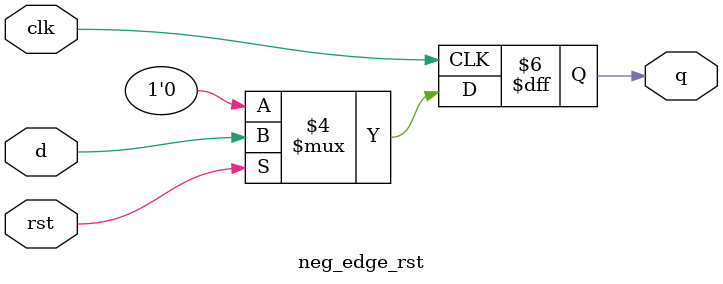
<source format=sv>
module neg_edge_rst
(
  input logic clk,
  input logic d,
  input logic rst,
  output logic q
);

  always_ff @(negedge clk) begin
    if (!rst)
      q <= '0;
    else
      q <= d;
  end
endmodule

</source>
